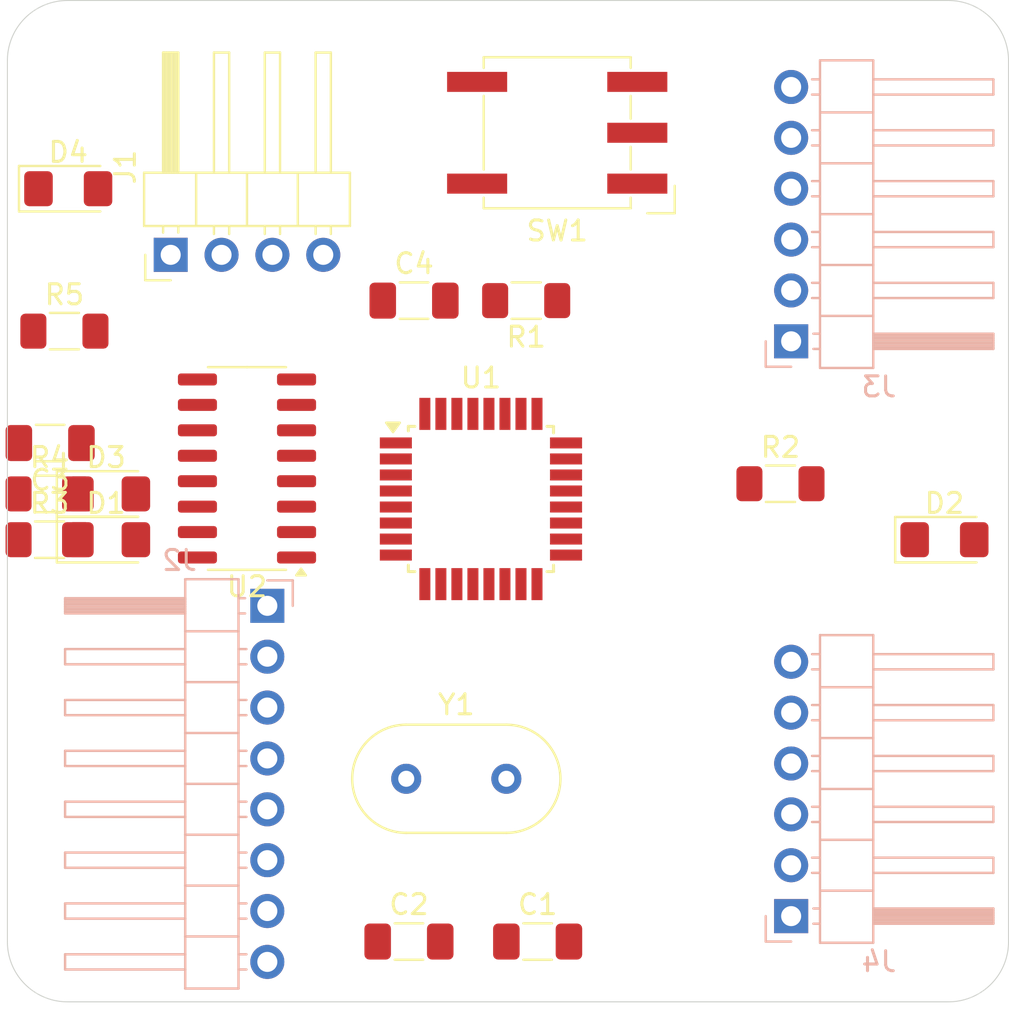
<source format=kicad_pcb>
(kicad_pcb (version 20221018) (generator pcbnew)
  (layers (0 "F.Cu" signal) (31 "B.Cu" signal) (34 "B.Paste" user) (35 "F.Paste" user) (36 "B.SilkS" user "B.Silkscreen") (37 "F.SilkS" user "F.Silkscreen") (38 "B.Mask" user) (39 "F.Mask" user) (44 "Edge.Cuts" user))
  (net 0 "")
  (net 1 "GND")
  (net 2 "Net-(U1-XTAL2{slash}PB7)")
  (net 3 "Net-(U1-~{RESET}{slash}PC6)")
  (net 4 "+5V")
  (net 5 "Net-(J2-Pin_3)")
  (net 6 "Net-(J2-Pin_4)")
  (net 7 "Net-(J2-Pin_5)")
  (net 8 "Net-(J2-Pin_6)")
  (net 9 "Net-(J2-Pin_7)")
  (net 10 "Net-(J2-Pin_8)")
  (net 11 "Net-(J3-Pin_1)")
  (net 12 "Net-(J3-Pin_2)")
  (net 13 "Net-(J3-Pin_3)")
  (net 14 "Net-(J3-Pin_4)")
  (net 15 "Net-(J3-Pin_5)")
  (net 16 "Net-(J3-Pin_6)")
  (net 17 "Net-(J4-Pin_1)")
  (net 18 "Net-(J4-Pin_2)")
  (net 19 "Net-(J4-Pin_3)")
  (net 20 "Net-(J4-Pin_4)")
  (net 21 "Net-(J4-Pin_5)")
  (net 30 "Net-(J1-Pin_2)")
  (net 31 "Net-(J1-Pin_3)")
  (net 32 "Net-(D2-A)")
  (net 33 "Net-(D2-K)")
  (net 34 "Net-(U2-V3)")
  (net 35 "Net-(U2-~{DSR})")
  (net 36 "Net-(D1-K)")
  (net 37 "Net-(D1-A)")
  (net 38 "Net-(D3-K)")
  (net 39 "Net-(D3-A)")
  (net 40 "Net-(D4-K)")
  (footprint "LED_SMD:LED_1206_3216Metric_Pad1.42x1.75mm_HandSolder" (layer "F.Cu") (at 166.6605 67.31)
    (fp_text reference "D2" (at 0 -1.82) (layer "F.SilkS"))
    (fp_text value "LED")
    (fp_line (start -2.46 -1.135) (end -2.46 1.135) (stroke (width 0.12)) (layer "F.SilkS"))
    (fp_line (start -2.46 1.135) (end 1.6 1.135) (stroke (width 0.12)) (layer "F.SilkS"))
    (fp_line (start 1.6 -1.135) (end -2.46 -1.135) (stroke (width 0.12)) (layer "F.SilkS"))
    (pad "1" smd roundrect (at -1.4875 0) (size 1.425 1.75) (layers "F.Cu" "F.Paste" "F.Mask") (roundrect_rratio 0.175439) (net 33 "Net-(D2-K)"))
    (pad "2" smd roundrect (at 1.4875 0) (size 1.425 1.75) (layers "F.Cu" "F.Paste" "F.Mask") (roundrect_rratio 0.175439) (net 32 "Net-(D2-A)"))
  )
  (footprint "Resistor_SMD:R_1206_3216Metric_Pad1.30x1.75mm_HandSolder" (layer "F.Cu") (at 122.708 56.896)
    (fp_text reference "R5" (at 0 -1.82) (layer "F.SilkS"))
    (fp_text value "1k")
    (fp_line (start -0.727064 -0.91) (end 0.727064 -0.91) (stroke (width 0.12)) (layer "F.SilkS"))
    (fp_line (start -0.727064 0.91) (end 0.727064 0.91) (stroke (width 0.12)) (layer "F.SilkS"))
    (pad "1" smd roundrect (at -1.55 0) (size 1.3 1.75) (layers "F.Cu" "F.Paste" "F.Mask") (roundrect_rratio 0.192308) (net 1 "GND"))
    (pad "2" smd roundrect (at 1.55 0) (size 1.3 1.75) (layers "F.Cu" "F.Paste" "F.Mask") (roundrect_rratio 0.192308) (net 40 "Net-(D4-K)"))
  )
  (footprint "Capacitor_SMD:C_1206_3216Metric_Pad1.33x1.80mm_HandSolder" (layer "F.Cu") (at 139.9155 87.376)
    (fp_text reference "C2" (at 0 -1.85) (layer "F.SilkS"))
    (fp_text value "22pf")
    (fp_line (start -0.711252 -0.91) (end 0.711252 -0.91) (stroke (width 0.12)) (layer "F.SilkS"))
    (fp_line (start -0.711252 0.91) (end 0.711252 0.91) (stroke (width 0.12)) (layer "F.SilkS"))
    (pad "1" smd roundrect (at -1.5625 0) (size 1.325 1.8) (layers "F.Cu" "F.Paste" "F.Mask") (roundrect_rratio 0.188679) (net 32 "Net-(D2-A)"))
    (pad "2" smd roundrect (at 1.5625 0) (size 1.325 1.8) (layers "F.Cu" "F.Paste" "F.Mask") (roundrect_rratio 0.188679) (net 1 "GND"))
  )
  (footprint "Resistor_SMD:R_1206_3216Metric_Pad1.30x1.75mm_HandSolder" (layer "F.Cu") (at 145.77 55.372 180)
    (fp_text reference "R1" (at 0 -1.82 180) (layer "F.SilkS"))
    (fp_text value "1k")
    (fp_line (start -0.727064 -0.91) (end 0.727064 -0.91) (stroke (width 0.12)) (layer "F.SilkS"))
    (fp_line (start -0.727064 0.91) (end 0.727064 0.91) (stroke (width 0.12)) (layer "F.SilkS"))
    (pad "1" smd roundrect (at -1.55 0 180) (size 1.3 1.75) (layers "F.Cu" "F.Paste" "F.Mask") (roundrect_rratio 0.192308) (net 3 "Net-(U1-~{RESET}{slash}PC6)"))
    (pad "2" smd roundrect (at 1.55 0 180) (size 1.3 1.75) (layers "F.Cu" "F.Paste" "F.Mask") (roundrect_rratio 0.192308) (net 4 "+5V"))
  )
  (footprint "Connector_PinHeader_2.54mm:PinHeader_1x04_P2.54mm_Horizontal" (layer "F.Cu") (at 128.016 53.086 90)
    (fp_text reference "J1" (at 4.385 -2.27 90) (layer "F.SilkS"))
    (fp_text value "USB-C")
    (fp_line (start -1.27 -1.27) (end 0 -1.27) (stroke (width 0.12)) (layer "F.SilkS"))
    (fp_line (start -1.27 0) (end -1.27 -1.27) (stroke (width 0.12)) (layer "F.SilkS"))
    (fp_line (start 1.042929 2.16) (end 1.44 2.16) (stroke (width 0.12)) (layer "F.SilkS"))
    (fp_line (start 1.042929 2.92) (end 1.44 2.92) (stroke (width 0.12)) (layer "F.SilkS"))
    (fp_line (start 1.042929 4.7) (end 1.44 4.7) (stroke (width 0.12)) (layer "F.SilkS"))
    (fp_line (start 1.042929 5.46) (end 1.44 5.46) (stroke (width 0.12)) (layer "F.SilkS"))
    (fp_line (start 1.042929 7.24) (end 1.44 7.24) (stroke (width 0.12)) (layer "F.SilkS"))
    (fp_line (start 1.042929 8) (end 1.44 8) (stroke (width 0.12)) (layer "F.SilkS"))
    (fp_line (start 1.11 -0.38) (end 1.44 -0.38) (stroke (width 0.12)) (layer "F.SilkS"))
    (fp_line (start 1.11 0.38) (end 1.44 0.38) (stroke (width 0.12)) (layer "F.SilkS"))
    (fp_line (start 1.44 -1.33) (end 1.44 8.95) (stroke (width 0.12)) (layer "F.SilkS"))
    (fp_line (start 1.44 1.27) (end 4.1 1.27) (stroke (width 0.12)) (layer "F.SilkS"))
    (fp_line (start 1.44 3.81) (end 4.1 3.81) (stroke (width 0.12)) (layer "F.SilkS"))
    (fp_line (start 1.44 6.35) (end 4.1 6.35) (stroke (width 0.12)) (layer "F.SilkS"))
    (fp_line (start 1.44 8.95) (end 4.1 8.95) (stroke (width 0.12)) (layer "F.SilkS"))
    (fp_line (start 4.1 -1.33) (end 1.44 -1.33) (stroke (width 0.12)) (layer "F.SilkS"))
    (fp_line (start 4.1 -0.38) (end 10.1 -0.38) (stroke (width 0.12)) (layer "F.SilkS"))
    (fp_line (start 4.1 -0.32) (end 10.1 -0.32) (stroke (width 0.12)) (layer "F.SilkS"))
    (fp_line (start 4.1 -0.2) (end 10.1 -0.2) (stroke (width 0.12)) (layer "F.SilkS"))
    (fp_line (start 4.1 -0.08) (end 10.1 -0.08) (stroke (width 0.12)) (layer "F.SilkS"))
    (fp_line (start 4.1 0.04) (end 10.1 0.04) (stroke (width 0.12)) (layer "F.SilkS"))
    (fp_line (start 4.1 0.16) (end 10.1 0.16) (stroke (width 0.12)) (layer "F.SilkS"))
    (fp_line (start 4.1 0.28) (end 10.1 0.28) (stroke (width 0.12)) (layer "F.SilkS"))
    (fp_line (start 4.1 2.16) (end 10.1 2.16) (stroke (width 0.12)) (layer "F.SilkS"))
    (fp_line (start 4.1 4.7) (end 10.1 4.7) (stroke (width 0.12)) (layer "F.SilkS"))
    (fp_line (start 4.1 7.24) (end 10.1 7.24) (stroke (width 0.12)) (layer "F.SilkS"))
    (fp_line (start 4.1 8.95) (end 4.1 -1.33) (stroke (width 0.12)) (layer "F.SilkS"))
    (fp_line (start 10.1 -0.38) (end 10.1 0.38) (stroke (width 0.12)) (layer "F.SilkS"))
    (fp_line (start 10.1 0.38) (end 4.1 0.38) (stroke (width 0.12)) (layer "F.SilkS"))
    (fp_line (start 10.1 2.16) (end 10.1 2.92) (stroke (width 0.12)) (layer "F.SilkS"))
    (fp_line (start 10.1 2.92) (end 4.1 2.92) (stroke (width 0.12)) (layer "F.SilkS"))
    (fp_line (start 10.1 4.7) (end 10.1 5.46) (stroke (width 0.12)) (layer "F.SilkS"))
    (fp_line (start 10.1 5.46) (end 4.1 5.46) (stroke (width 0.12)) (layer "F.SilkS"))
    (fp_line (start 10.1 7.24) (end 10.1 8) (stroke (width 0.12)) (layer "F.SilkS"))
    (fp_line (start 10.1 8) (end 4.1 8) (stroke (width 0.12)) (layer "F.SilkS"))
    (pad "1" thru_hole rect (at 0 0 90) (size 1.7 1.7) (drill 1) (layers "*.Cu" "*.Mask") (net 4 "+5V"))
    (pad "2" thru_hole oval (at 0 2.54 90) (size 1.7 1.7) (drill 1) (layers "*.Cu" "*.Mask") (net 30 "Net-(J1-Pin_2)"))
    (pad "3" thru_hole oval (at 0 5.08 90) (size 1.7 1.7) (drill 1) (layers "*.Cu" "*.Mask") (net 31 "Net-(J1-Pin_3)"))
    (pad "4" thru_hole oval (at 0 7.62 90) (size 1.7 1.7) (drill 1) (layers "*.Cu" "*.Mask") (net 1 "GND"))
  )
  (footprint "Resistor_SMD:R_1206_3216Metric_Pad1.30x1.75mm_HandSolder" (layer "F.Cu") (at 121.968 67.31)
    (fp_text reference "R3" (at 0 -1.82) (layer "F.SilkS"))
    (fp_text value "1k")
    (fp_line (start -0.727064 -0.91) (end 0.727064 -0.91) (stroke (width 0.12)) (layer "F.SilkS"))
    (fp_line (start -0.727064 0.91) (end 0.727064 0.91) (stroke (width 0.12)) (layer "F.SilkS"))
    (pad "1" smd roundrect (at -1.55 0) (size 1.3 1.75) (layers "F.Cu" "F.Paste" "F.Mask") (roundrect_rratio 0.192308) (net 1 "GND"))
    (pad "2" smd roundrect (at 1.55 0) (size 1.3 1.75) (layers "F.Cu" "F.Paste" "F.Mask") (roundrect_rratio 0.192308) (net 36 "Net-(D1-K)"))
  )
  (footprint "Capacitor_SMD:C_1206_3216Metric_Pad1.33x1.80mm_HandSolder" (layer "F.Cu") (at 121.9955 62.484 180)
    (fp_text reference "C3" (at 0 -1.85 180) (layer "F.SilkS"))
    (fp_text value "0.1uf")
    (fp_line (start -0.711252 -0.91) (end 0.711252 -0.91) (stroke (width 0.12)) (layer "F.SilkS"))
    (fp_line (start -0.711252 0.91) (end 0.711252 0.91) (stroke (width 0.12)) (layer "F.SilkS"))
    (pad "1" smd roundrect (at -1.5625 0 180) (size 1.325 1.8) (layers "F.Cu" "F.Paste" "F.Mask") (roundrect_rratio 0.188679) (net 34 "Net-(U2-V3)"))
    (pad "2" smd roundrect (at 1.5625 0 180) (size 1.325 1.8) (layers "F.Cu" "F.Paste" "F.Mask") (roundrect_rratio 0.188679) (net 1 "GND"))
  )
  (footprint "Package_SO:SOIC-16_3.9x9.9mm_P1.27mm" (layer "F.Cu") (at 131.826 63.754 180)
    (fp_text reference "U2" (at 0 -5.9) (layer "F.SilkS"))
    (fp_text value "CH340C")
    (fp_line (start 0 -5.06) (end -1.95 -5.06) (stroke (width 0.12)) (layer "F.SilkS"))
    (fp_line (start 0 -5.06) (end 1.95 -5.06) (stroke (width 0.12)) (layer "F.SilkS"))
    (fp_line (start 0 5.06) (end -1.95 5.06) (stroke (width 0.12)) (layer "F.SilkS"))
    (fp_line (start 0 5.06) (end 1.95 5.06) (stroke (width 0.12)) (layer "F.SilkS"))
    (fp_poly (pts (xy -2.7 -5.005) (xy -2.94 -5.335) (xy -2.46 -5.335) (xy -2.7 -5.005)) (stroke (width 0.12)) (fill solid) (layer "F.SilkS"))
    (pad "1" smd roundrect (at -2.475 -4.445 180) (size 1.95 0.6) (layers "F.Cu" "F.Paste" "F.Mask") (net 1 "GND"))
    (pad "2" smd roundrect (at -2.475 -3.175 180) (size 1.95 0.6) (layers "F.Cu" "F.Paste" "F.Mask") (net 37 "Net-(D1-A)"))
    (pad "3" smd roundrect (at -2.475 -1.905 180) (size 1.95 0.6) (layers "F.Cu" "F.Paste" "F.Mask") (net 39 "Net-(D3-A)"))
    (pad "4" smd roundrect (at -2.475 -0.635 180) (size 1.95 0.6) (layers "F.Cu" "F.Paste" "F.Mask") (net 34 "Net-(U2-V3)"))
    (pad "5" smd roundrect (at -2.475 0.635 180) (size 1.95 0.6) (layers "F.Cu" "F.Paste" "F.Mask") (net 30 "Net-(J1-Pin_2)"))
    (pad "6" smd roundrect (at -2.475 1.905 180) (size 1.95 0.6) (layers "F.Cu" "F.Paste" "F.Mask") (net 31 "Net-(J1-Pin_3)"))
    (pad "7" smd roundrect (at -2.475 3.175 180) (size 1.95 0.6) (layers "F.Cu" "F.Paste" "F.Mask"))
    (pad "8" smd roundrect (at -2.475 4.445 180) (size 1.95 0.6) (layers "F.Cu" "F.Paste" "F.Mask"))
    (pad "9" smd roundrect (at 2.475 4.445 180) (size 1.95 0.6) (layers "F.Cu" "F.Paste" "F.Mask"))
    (pad "10" smd roundrect (at 2.475 3.175 180) (size 1.95 0.6) (layers "F.Cu" "F.Paste" "F.Mask") (net 35 "Net-(U2-~{DSR})"))
    (pad "11" smd roundrect (at 2.475 1.905 180) (size 1.95 0.6) (layers "F.Cu" "F.Paste" "F.Mask"))
    (pad "12" smd roundrect (at 2.475 0.635 180) (size 1.95 0.6) (layers "F.Cu" "F.Paste" "F.Mask"))
    (pad "13" smd roundrect (at 2.475 -0.635 180) (size 1.95 0.6) (layers "F.Cu" "F.Paste" "F.Mask"))
    (pad "14" smd roundrect (at 2.475 -1.905 180) (size 1.95 0.6) (layers "F.Cu" "F.Paste" "F.Mask"))
    (pad "15" smd roundrect (at 2.475 -3.175 180) (size 1.95 0.6) (layers "F.Cu" "F.Paste" "F.Mask"))
    (pad "16" smd roundrect (at 2.475 -4.445 180) (size 1.95 0.6) (layers "F.Cu" "F.Paste" "F.Mask") (net 4 "+5V"))
  )
  (footprint "Crystal:Resonator-2Pin_W10.0mm_H5.0mm" (layer "F.Cu") (at 139.78 79.248)
    (fp_text reference "Y1" (at 2.5 -3.7) (layer "F.SilkS"))
    (fp_text value "Crystal")
    (fp_line (start 0 -2.7) (end 5 -2.7) (stroke (width 0.12)) (layer "F.SilkS"))
    (fp_line (start 0 2.7) (end 5 2.7) (stroke (width 0.12)) (layer "F.SilkS"))
    (fp_arc (start 0 2.7) (mid -2.7 0) (end 0 -2.7) (stroke (width 0.12)) (layer "F.SilkS"))
    (fp_arc (start 5 -2.7) (mid 7.7 0) (end 5 2.7) (stroke (width 0.12)) (layer "F.SilkS"))
    (pad "1" thru_hole circle (at 0 0) (size 1.5 1.5) (drill 0.8) (layers "*.Cu" "*.Mask") (net 32 "Net-(D2-A)"))
    (pad "2" thru_hole circle (at 5 0) (size 1.5 1.5) (drill 0.8) (layers "*.Cu" "*.Mask") (net 2 "Net-(U1-XTAL2{slash}PB7)"))
  )
  (footprint "Package_QFP:TQFP-32_7x7mm_P0.8mm" (layer "F.Cu") (at 143.51 65.278)
    (fp_text reference "U1" (at 0 -6.05) (layer "F.SilkS"))
    (fp_text value "ATmega328P-P")
    (fp_line (start -3.625 -3.625) (end -3.625 -3.4) (stroke (width 0.15)) (layer "F.SilkS"))
    (fp_line (start -3.625 -3.625) (end -3.3 -3.625) (stroke (width 0.15)) (layer "F.SilkS"))
    (fp_line (start -3.625 3.625) (end -3.625 3.3) (stroke (width 0.15)) (layer "F.SilkS"))
    (fp_line (start -3.625 3.625) (end -3.3 3.625) (stroke (width 0.15)) (layer "F.SilkS"))
    (fp_line (start 3.625 -3.625) (end 3.3 -3.625) (stroke (width 0.15)) (layer "F.SilkS"))
    (fp_line (start 3.625 -3.625) (end 3.625 -3.3) (stroke (width 0.15)) (layer "F.SilkS"))
    (fp_line (start 3.625 3.625) (end 3.3 3.625) (stroke (width 0.15)) (layer "F.SilkS"))
    (fp_line (start 3.625 3.625) (end 3.625 3.3) (stroke (width 0.15)) (layer "F.SilkS"))
    (fp_poly (pts (xy -4.39 -3.34) (xy -4.73 -3.81) (xy -4.05 -3.81) (xy -4.39 -3.34)) (stroke (width 0.12)) (fill solid) (layer "F.SilkS"))
    (pad "1" smd rect (at -4.25 -2.8) (size 1.6 0.55) (layers "F.Cu" "F.Paste" "F.Mask") (net 3 "Net-(U1-~{RESET}{slash}PC6)"))
    (pad "2" smd rect (at -4.25 -2) (size 1.6 0.55) (layers "F.Cu" "F.Paste" "F.Mask") (net 39 "Net-(D3-A)"))
    (pad "3" smd rect (at -4.25 -1.2) (size 1.6 0.55) (layers "F.Cu" "F.Paste" "F.Mask") (net 37 "Net-(D1-A)"))
    (pad "4" smd rect (at -4.25 -0.4) (size 1.6 0.55) (layers "F.Cu" "F.Paste" "F.Mask") (net 5 "Net-(J2-Pin_3)"))
    (pad "5" smd rect (at -4.25 0.4) (size 1.6 0.55) (layers "F.Cu" "F.Paste" "F.Mask") (net 6 "Net-(J2-Pin_4)"))
    (pad "6" smd rect (at -4.25 1.2) (size 1.6 0.55) (layers "F.Cu" "F.Paste" "F.Mask") (net 7 "Net-(J2-Pin_5)"))
    (pad "7" smd rect (at -4.25 2) (size 1.6 0.55) (layers "F.Cu" "F.Paste" "F.Mask") (net 4 "+5V"))
    (pad "8" smd rect (at -4.25 2.8) (size 1.6 0.55) (layers "F.Cu" "F.Paste" "F.Mask") (net 1 "GND"))
    (pad "9" smd rect (at -2.8 4.25 90) (size 1.6 0.55) (layers "F.Cu" "F.Paste" "F.Mask") (net 32 "Net-(D2-A)"))
    (pad "10" smd rect (at -2 4.25 90) (size 1.6 0.55) (layers "F.Cu" "F.Paste" "F.Mask") (net 2 "Net-(U1-XTAL2{slash}PB7)"))
    (pad "11" smd rect (at -1.2 4.25 90) (size 1.6 0.55) (layers "F.Cu" "F.Paste" "F.Mask") (net 8 "Net-(J2-Pin_6)"))
    (pad "12" smd rect (at -0.4 4.25 90) (size 1.6 0.55) (layers "F.Cu" "F.Paste" "F.Mask") (net 9 "Net-(J2-Pin_7)"))
    (pad "13" smd rect (at 0.4 4.25 90) (size 1.6 0.55) (layers "F.Cu" "F.Paste" "F.Mask") (net 10 "Net-(J2-Pin_8)"))
    (pad "14" smd rect (at 1.2 4.25 90) (size 1.6 0.55) (layers "F.Cu" "F.Paste" "F.Mask") (net 17 "Net-(J4-Pin_1)"))
    (pad "15" smd rect (at 2 4.25 90) (size 1.6 0.55) (layers "F.Cu" "F.Paste" "F.Mask") (net 18 "Net-(J4-Pin_2)"))
    (pad "16" smd rect (at 2.8 4.25 90) (size 1.6 0.55) (layers "F.Cu" "F.Paste" "F.Mask") (net 19 "Net-(J4-Pin_3)"))
    (pad "17" smd rect (at 4.25 2.8) (size 1.6 0.55) (layers "F.Cu" "F.Paste" "F.Mask") (net 20 "Net-(J4-Pin_4)"))
    (pad "18" smd rect (at 4.25 2) (size 1.6 0.55) (layers "F.Cu" "F.Paste" "F.Mask") (net 21 "Net-(J4-Pin_5)"))
    (pad "19" smd rect (at 4.25 1.2) (size 1.6 0.55) (layers "F.Cu" "F.Paste" "F.Mask") (net 32 "Net-(D2-A)"))
    (pad "20" smd rect (at 4.25 0.4) (size 1.6 0.55) (layers "F.Cu" "F.Paste" "F.Mask") (net 4 "+5V"))
    (pad "21" smd rect (at 4.25 -0.4) (size 1.6 0.55) (layers "F.Cu" "F.Paste" "F.Mask") (net 4 "+5V"))
    (pad "22" smd rect (at 4.25 -1.2) (size 1.6 0.55) (layers "F.Cu" "F.Paste" "F.Mask") (net 1 "GND"))
    (pad "23" smd rect (at 4.25 -2) (size 1.6 0.55) (layers "F.Cu" "F.Paste" "F.Mask") (net 11 "Net-(J3-Pin_1)"))
    (pad "24" smd rect (at 4.25 -2.8) (size 1.6 0.55) (layers "F.Cu" "F.Paste" "F.Mask") (net 12 "Net-(J3-Pin_2)"))
    (pad "25" smd rect (at 2.8 -4.25 90) (size 1.6 0.55) (layers "F.Cu" "F.Paste" "F.Mask") (net 13 "Net-(J3-Pin_3)"))
    (pad "26" smd rect (at 2 -4.25 90) (size 1.6 0.55) (layers "F.Cu" "F.Paste" "F.Mask") (net 14 "Net-(J3-Pin_4)"))
    (pad "27" smd rect (at 1.2 -4.25 90) (size 1.6 0.55) (layers "F.Cu" "F.Paste" "F.Mask") (net 15 "Net-(J3-Pin_5)"))
    (pad "28" smd rect (at 0.4 -4.25 90) (size 1.6 0.55) (layers "F.Cu" "F.Paste" "F.Mask") (net 16 "Net-(J3-Pin_6)"))
    (pad "29" smd rect (at -0.4 -4.25 90) (size 1.6 0.55) (layers "F.Cu" "F.Paste" "F.Mask"))
    (pad "30" smd rect (at -1.2 -4.25 90) (size 1.6 0.55) (layers "F.Cu" "F.Paste" "F.Mask"))
    (pad "31" smd rect (at -2 -4.25 90) (size 1.6 0.55) (layers "F.Cu" "F.Paste" "F.Mask"))
    (pad "32" smd rect (at -2.8 -4.25 90) (size 1.6 0.55) (layers "F.Cu" "F.Paste" "F.Mask"))
  )
  (footprint "Button_Switch_SMD:Nidec_Copal_SH-7040B" (layer "F.Cu") (at 147.32 46.99 180)
    (fp_text reference "SW1" (at 0 -4.9 180) (layer "F.SilkS"))
    (fp_text value "SW_Push")
    (fp_line (start -5.87 -4.02) (end -4.5 -4.02) (stroke (width 0.12)) (layer "F.SilkS"))
    (fp_line (start -5.87 -2.65) (end -5.87 -4.02) (stroke (width 0.12)) (layer "F.SilkS"))
    (fp_line (start -3.67 -3.77) (end 3.67 -3.77) (stroke (width 0.12)) (layer "F.SilkS"))
    (fp_line (start -3.67 -3.24) (end -3.67 -3.77) (stroke (width 0.12)) (layer "F.SilkS"))
    (fp_line (start -3.67 -1.84) (end -3.67 -0.7) (stroke (width 0.12)) (layer "F.SilkS"))
    (fp_line (start -3.67 0.7) (end -3.67 1.84) (stroke (width 0.12)) (layer "F.SilkS"))
    (fp_line (start -3.67 3.24) (end -3.67 3.77) (stroke (width 0.12)) (layer "F.SilkS"))
    (fp_line (start -3.67 3.77) (end 3.67 3.77) (stroke (width 0.12)) (layer "F.SilkS"))
    (fp_line (start 3.67 -3.77) (end 3.67 -3.24) (stroke (width 0.12)) (layer "F.SilkS"))
    (fp_line (start 3.67 -1.84) (end 3.67 1.84) (stroke (width 0.12)) (layer "F.SilkS"))
    (fp_line (start 3.67 3.77) (end 3.67 3.24) (stroke (width 0.12)) (layer "F.SilkS"))
    (pad "1" smd rect (at -4 -2.54 180) (size 3 1) (layers "F.Cu" "F.Paste" "F.Mask") (net 3 "Net-(U1-~{RESET}{slash}PC6)"))
    (pad "2" smd rect (at 4 2.54 180) (size 3 1) (layers "F.Cu" "F.Paste" "F.Mask") (net 1 "GND"))
    (pad "4" smd rect (at -4 2.54 180) (size 3 1) (layers "F.Cu" "F.Paste" "F.Mask"))
    (pad "8" smd rect (at 4 -2.54 180) (size 3 1) (layers "F.Cu" "F.Paste" "F.Mask"))
    (pad "C" smd rect (at -4 0 180) (size 3 1) (layers "F.Cu" "F.Paste" "F.Mask"))
  )
  (footprint "LED_SMD:LED_1206_3216Metric_Pad1.42x1.75mm_HandSolder" (layer "F.Cu") (at 124.7895 65.024)
    (fp_text reference "D3" (at 0 -1.82) (layer "F.SilkS"))
    (fp_text value "LED")
    (fp_line (start -2.46 -1.135) (end -2.46 1.135) (stroke (width 0.12)) (layer "F.SilkS"))
    (fp_line (start -2.46 1.135) (end 1.6 1.135) (stroke (width 0.12)) (layer "F.SilkS"))
    (fp_line (start 1.6 -1.135) (end -2.46 -1.135) (stroke (width 0.12)) (layer "F.SilkS"))
    (pad "1" smd roundrect (at -1.4875 0) (size 1.425 1.75) (layers "F.Cu" "F.Paste" "F.Mask") (roundrect_rratio 0.175439) (net 38 "Net-(D3-K)"))
    (pad "2" smd roundrect (at 1.4875 0) (size 1.425 1.75) (layers "F.Cu" "F.Paste" "F.Mask") (roundrect_rratio 0.175439) (net 39 "Net-(D3-A)"))
  )
  (footprint "LED_SMD:LED_1206_3216Metric_Pad1.42x1.75mm_HandSolder" (layer "F.Cu") (at 122.8995 49.784)
    (fp_text reference "D4" (at 0 -1.82) (layer "F.SilkS"))
    (fp_text value "LED")
    (fp_line (start -2.46 -1.135) (end -2.46 1.135) (stroke (width 0.12)) (layer "F.SilkS"))
    (fp_line (start -2.46 1.135) (end 1.6 1.135) (stroke (width 0.12)) (layer "F.SilkS"))
    (fp_line (start 1.6 -1.135) (end -2.46 -1.135) (stroke (width 0.12)) (layer "F.SilkS"))
    (pad "1" smd roundrect (at -1.4875 0) (size 1.425 1.75) (layers "F.Cu" "F.Paste" "F.Mask") (roundrect_rratio 0.175439) (net 40 "Net-(D4-K)"))
    (pad "2" smd roundrect (at 1.4875 0) (size 1.425 1.75) (layers "F.Cu" "F.Paste" "F.Mask") (roundrect_rratio 0.175439) (net 4 "+5V"))
  )
  (footprint "Resistor_SMD:R_1206_3216Metric_Pad1.30x1.75mm_HandSolder" (layer "F.Cu") (at 158.47 64.516)
    (fp_text reference "R2" (at 0 -1.82) (layer "F.SilkS"))
    (fp_text value "1k")
    (fp_line (start -0.727064 -0.91) (end 0.727064 -0.91) (stroke (width 0.12)) (layer "F.SilkS"))
    (fp_line (start -0.727064 0.91) (end 0.727064 0.91) (stroke (width 0.12)) (layer "F.SilkS"))
    (pad "1" smd roundrect (at -1.55 0) (size 1.3 1.75) (layers "F.Cu" "F.Paste" "F.Mask") (roundrect_rratio 0.192308) (net 1 "GND"))
    (pad "2" smd roundrect (at 1.55 0) (size 1.3 1.75) (layers "F.Cu" "F.Paste" "F.Mask") (roundrect_rratio 0.192308) (net 33 "Net-(D2-K)"))
  )
  (footprint "LED_SMD:LED_1206_3216Metric_Pad1.42x1.75mm_HandSolder" (layer "F.Cu") (at 124.7895 67.31)
    (fp_text reference "D1" (at 0 -1.82) (layer "F.SilkS"))
    (fp_text value "LED")
    (fp_line (start -2.46 -1.135) (end -2.46 1.135) (stroke (width 0.12)) (layer "F.SilkS"))
    (fp_line (start -2.46 1.135) (end 1.6 1.135) (stroke (width 0.12)) (layer "F.SilkS"))
    (fp_line (start 1.6 -1.135) (end -2.46 -1.135) (stroke (width 0.12)) (layer "F.SilkS"))
    (pad "1" smd roundrect (at -1.4875 0) (size 1.425 1.75) (layers "F.Cu" "F.Paste" "F.Mask") (roundrect_rratio 0.175439) (net 36 "Net-(D1-K)"))
    (pad "2" smd roundrect (at 1.4875 0) (size 1.425 1.75) (layers "F.Cu" "F.Paste" "F.Mask") (roundrect_rratio 0.175439) (net 37 "Net-(D1-A)"))
  )
  (footprint "Capacitor_SMD:C_1206_3216Metric_Pad1.33x1.80mm_HandSolder" (layer "F.Cu") (at 140.1695 55.372)
    (fp_text reference "C4" (at 0 -1.85) (layer "F.SilkS"))
    (fp_text value "0.1uf")
    (fp_line (start -0.711252 -0.91) (end 0.711252 -0.91) (stroke (width 0.12)) (layer "F.SilkS"))
    (fp_line (start -0.711252 0.91) (end 0.711252 0.91) (stroke (width 0.12)) (layer "F.SilkS"))
    (pad "1" smd roundrect (at -1.5625 0) (size 1.325 1.8) (layers "F.Cu" "F.Paste" "F.Mask") (roundrect_rratio 0.188679) (net 35 "Net-(U2-~{DSR})"))
    (pad "2" smd roundrect (at 1.5625 0) (size 1.325 1.8) (layers "F.Cu" "F.Paste" "F.Mask") (roundrect_rratio 0.188679) (net 3 "Net-(U1-~{RESET}{slash}PC6)"))
  )
  (footprint "Capacitor_SMD:C_1206_3216Metric_Pad1.33x1.80mm_HandSolder" (layer "F.Cu") (at 146.3425 87.376)
    (fp_text reference "C1" (at 0 -1.85) (layer "F.SilkS"))
    (fp_text value "22pf")
    (fp_line (start -0.711252 -0.91) (end 0.711252 -0.91) (stroke (width 0.12)) (layer "F.SilkS"))
    (fp_line (start -0.711252 0.91) (end 0.711252 0.91) (stroke (width 0.12)) (layer "F.SilkS"))
    (pad "1" smd roundrect (at -1.5625 0) (size 1.325 1.8) (layers "F.Cu" "F.Paste" "F.Mask") (roundrect_rratio 0.188679) (net 1 "GND"))
    (pad "2" smd roundrect (at 1.5625 0) (size 1.325 1.8) (layers "F.Cu" "F.Paste" "F.Mask") (roundrect_rratio 0.188679) (net 2 "Net-(U1-XTAL2{slash}PB7)"))
  )
  (footprint "Resistor_SMD:R_1206_3216Metric_Pad1.30x1.75mm_HandSolder" (layer "F.Cu") (at 121.968 65.024)
    (fp_text reference "R4" (at 0 -1.82) (layer "F.SilkS"))
    (fp_text value "1k")
    (fp_line (start -0.727064 -0.91) (end 0.727064 -0.91) (stroke (width 0.12)) (layer "F.SilkS"))
    (fp_line (start -0.727064 0.91) (end 0.727064 0.91) (stroke (width 0.12)) (layer "F.SilkS"))
    (pad "1" smd roundrect (at -1.55 0) (size 1.3 1.75) (layers "F.Cu" "F.Paste" "F.Mask") (roundrect_rratio 0.192308) (net 1 "GND"))
    (pad "2" smd roundrect (at 1.55 0) (size 1.3 1.75) (layers "F.Cu" "F.Paste" "F.Mask") (roundrect_rratio 0.192308) (net 38 "Net-(D3-K)"))
  )
  (footprint "Connector_PinHeader_2.54mm:PinHeader_1x08_P2.54mm_Horizontal" (layer "B.Cu") (at 132.842 70.612 180)
    (fp_text reference "J2" (at 4.385 2.27) (layer "B.SilkS") (effects (justify mirror)))
    (fp_text value "portD")
    (fp_line (start -1.27 0) (end -1.27 1.27) (stroke (width 0.12)) (layer "B.SilkS"))
    (fp_line (start -1.27 1.27) (end 0 1.27) (stroke (width 0.12)) (layer "B.SilkS"))
    (fp_line (start 1.042929 -18.16) (end 1.44 -18.16) (stroke (width 0.12)) (layer "B.SilkS"))
    (fp_line (start 1.042929 -17.4) (end 1.44 -17.4) (stroke (width 0.12)) (layer "B.SilkS"))
    (fp_line (start 1.042929 -15.62) (end 1.44 -15.62) (stroke (width 0.12)) (layer "B.SilkS"))
    (fp_line (start 1.042929 -14.86) (end 1.44 -14.86) (stroke (width 0.12)) (layer "B.SilkS"))
    (fp_line (start 1.042929 -13.08) (end 1.44 -13.08) (stroke (width 0.12)) (layer "B.SilkS"))
    (fp_line (start 1.042929 -12.32) (end 1.44 -12.32) (stroke (width 0.12)) (layer "B.SilkS"))
    (fp_line (start 1.042929 -10.54) (end 1.44 -10.54) (stroke (width 0.12)) (layer "B.SilkS"))
    (fp_line (start 1.042929 -9.78) (end 1.44 -9.78) (stroke (width 0.12)) (layer "B.SilkS"))
    (fp_line (start 1.042929 -8) (end 1.44 -8) (stroke (width 0.12)) (layer "B.SilkS"))
    (fp_line (start 1.042929 -7.24) (end 1.44 -7.24) (stroke (width 0.12)) (layer "B.SilkS"))
    (fp_line (start 1.042929 -5.46) (end 1.44 -5.46) (stroke (width 0.12)) (layer "B.SilkS"))
    (fp_line (start 1.042929 -4.7) (end 1.44 -4.7) (stroke (width 0.12)) (layer "B.SilkS"))
    (fp_line (start 1.042929 -2.92) (end 1.44 -2.92) (stroke (width 0.12)) (layer "B.SilkS"))
    (fp_line (start 1.042929 -2.16) (end 1.44 -2.16) (stroke (width 0.12)) (layer "B.SilkS"))
    (fp_line (start 1.11 -0.38) (end 1.44 -0.38) (stroke (width 0.12)) (layer "B.SilkS"))
    (fp_line (start 1.11 0.38) (end 1.44 0.38) (stroke (width 0.12)) (layer "B.SilkS"))
    (fp_line (start 1.44 -19.11) (end 4.1 -19.11) (stroke (width 0.12)) (layer "B.SilkS"))
    (fp_line (start 1.44 -16.51) (end 4.1 -16.51) (stroke (width 0.12)) (layer "B.SilkS"))
    (fp_line (start 1.44 -13.97) (end 4.1 -13.97) (stroke (width 0.12)) (layer "B.SilkS"))
    (fp_line (start 1.44 -11.43) (end 4.1 -11.43) (stroke (width 0.12)) (layer "B.SilkS"))
    (fp_line (start 1.44 -8.89) (end 4.1 -8.89) (stroke (width 0.12)) (layer "B.SilkS"))
    (fp_line (start 1.44 -6.35) (end 4.1 -6.35) (stroke (width 0.12)) (layer "B.SilkS"))
    (fp_line (start 1.44 -3.81) (end 4.1 -3.81) (stroke (width 0.12)) (layer "B.SilkS"))
    (fp_line (start 1.44 -1.27) (end 4.1 -1.27) (stroke (width 0.12)) (layer "B.SilkS"))
    (fp_line (start 1.44 1.33) (end 1.44 -19.11) (stroke (width 0.12)) (layer "B.SilkS"))
    (fp_line (start 4.1 -19.11) (end 4.1 1.33) (stroke (width 0.12)) (layer "B.SilkS"))
    (fp_line (start 4.1 -17.4) (end 10.1 -17.4) (stroke (width 0.12)) (layer "B.SilkS"))
    (fp_line (start 4.1 -14.86) (end 10.1 -14.86) (stroke (width 0.12)) (layer "B.SilkS"))
    (fp_line (start 4.1 -12.32) (end 10.1 -12.32) (stroke (width 0.12)) (layer "B.SilkS"))
    (fp_line (start 4.1 -9.78) (end 10.1 -9.78) (stroke (width 0.12)) (layer "B.SilkS"))
    (fp_line (start 4.1 -7.24) (end 10.1 -7.24) (stroke (width 0.12)) (layer "B.SilkS"))
    (fp_line (start 4.1 -4.7) (end 10.1 -4.7) (stroke (width 0.12)) (layer "B.SilkS"))
    (fp_line (start 4.1 -2.16) (end 10.1 -2.16) (stroke (width 0.12)) (layer "B.SilkS"))
    (fp_line (start 4.1 -0.28) (end 10.1 -0.28) (stroke (width 0.12)) (layer "B.SilkS"))
    (fp_line (start 4.1 -0.16) (end 10.1 -0.16) (stroke (width 0.12)) (layer "B.SilkS"))
    (fp_line (start 4.1 -0.04) (end 10.1 -0.04) (stroke (width 0.12)) (layer "B.SilkS"))
    (fp_line (start 4.1 0.08) (end 10.1 0.08) (stroke (width 0.12)) (layer "B.SilkS"))
    (fp_line (start 4.1 0.2) (end 10.1 0.2) (stroke (width 0.12)) (layer "B.SilkS"))
    (fp_line (start 4.1 0.32) (end 10.1 0.32) (stroke (width 0.12)) (layer "B.SilkS"))
    (fp_line (start 4.1 0.38) (end 10.1 0.38) (stroke (width 0.12)) (layer "B.SilkS"))
    (fp_line (start 4.1 1.33) (end 1.44 1.33) (stroke (width 0.12)) (layer "B.SilkS"))
    (fp_line (start 10.1 -18.16) (end 4.1 -18.16) (stroke (width 0.12)) (layer "B.SilkS"))
    (fp_line (start 10.1 -17.4) (end 10.1 -18.16) (stroke (width 0.12)) (layer "B.SilkS"))
    (fp_line (start 10.1 -15.62) (end 4.1 -15.62) (stroke (width 0.12)) (layer "B.SilkS"))
    (fp_line (start 10.1 -14.86) (end 10.1 -15.62) (stroke (width 0.12)) (layer "B.SilkS"))
    (fp_line (start 10.1 -13.08) (end 4.1 -13.08) (stroke (width 0.12)) (layer "B.SilkS"))
    (fp_line (start 10.1 -12.32) (end 10.1 -13.08) (stroke (width 0.12)) (layer "B.SilkS"))
    (fp_line (start 10.1 -10.54) (end 4.1 -10.54) (stroke (width 0.12)) (layer "B.SilkS"))
    (fp_line (start 10.1 -9.78) (end 10.1 -10.54) (stroke (width 0.12)) (layer "B.SilkS"))
    (fp_line (start 10.1 -8) (end 4.1 -8) (stroke (width 0.12)) (layer "B.SilkS"))
    (fp_line (start 10.1 -7.24) (end 10.1 -8) (stroke (width 0.12)) (layer "B.SilkS"))
    (fp_line (start 10.1 -5.46) (end 4.1 -5.46) (stroke (width 0.12)) (layer "B.SilkS"))
    (fp_line (start 10.1 -4.7) (end 10.1 -5.46) (stroke (width 0.12)) (layer "B.SilkS"))
    (fp_line (start 10.1 -2.92) (end 4.1 -2.92) (stroke (width 0.12)) (layer "B.SilkS"))
    (fp_line (start 10.1 -2.16) (end 10.1 -2.92) (stroke (width 0.12)) (layer "B.SilkS"))
    (fp_line (start 10.1 -0.38) (end 4.1 -0.38) (stroke (width 0.12)) (layer "B.SilkS"))
    (fp_line (start 10.1 0.38) (end 10.1 -0.38) (stroke (width 0.12)) (layer "B.SilkS"))
    (pad "1" thru_hole rect (at 0 0 180) (size 1.7 1.7) (drill 1) (layers "*.Cu" "*.Mask") (net 39 "Net-(D3-A)"))
    (pad "2" thru_hole oval (at 0 -2.54 180) (size 1.7 1.7) (drill 1) (layers "*.Cu" "*.Mask") (net 37 "Net-(D1-A)"))
    (pad "3" thru_hole oval (at 0 -5.08 180) (size 1.7 1.7) (drill 1) (layers "*.Cu" "*.Mask") (net 5 "Net-(J2-Pin_3)"))
    (pad "4" thru_hole oval (at 0 -7.62 180) (size 1.7 1.7) (drill 1) (layers "*.Cu" "*.Mask") (net 6 "Net-(J2-Pin_4)"))
    (pad "5" thru_hole oval (at 0 -10.16 180) (size 1.7 1.7) (drill 1) (layers "*.Cu" "*.Mask") (net 7 "Net-(J2-Pin_5)"))
    (pad "6" thru_hole oval (at 0 -12.7 180) (size 1.7 1.7) (drill 1) (layers "*.Cu" "*.Mask") (net 8 "Net-(J2-Pin_6)"))
    (pad "7" thru_hole oval (at 0 -15.24 180) (size 1.7 1.7) (drill 1) (layers "*.Cu" "*.Mask") (net 9 "Net-(J2-Pin_7)"))
    (pad "8" thru_hole oval (at 0 -17.78 180) (size 1.7 1.7) (drill 1) (layers "*.Cu" "*.Mask") (net 10 "Net-(J2-Pin_8)"))
  )
  (footprint "Connector_PinHeader_2.54mm:PinHeader_1x06_P2.54mm_Horizontal" (layer "B.Cu") (at 159.004 57.404)
    (fp_text reference "J3" (at 4.385 2.27 180) (layer "B.SilkS") (effects (justify mirror)))
    (fp_text value "portC")
    (fp_line (start -1.27 0) (end -1.27 1.27) (stroke (width 0.12)) (layer "B.SilkS"))
    (fp_line (start -1.27 1.27) (end 0 1.27) (stroke (width 0.12)) (layer "B.SilkS"))
    (fp_line (start 1.042929 -13.08) (end 1.44 -13.08) (stroke (width 0.12)) (layer "B.SilkS"))
    (fp_line (start 1.042929 -12.32) (end 1.44 -12.32) (stroke (width 0.12)) (layer "B.SilkS"))
    (fp_line (start 1.042929 -10.54) (end 1.44 -10.54) (stroke (width 0.12)) (layer "B.SilkS"))
    (fp_line (start 1.042929 -9.78) (end 1.44 -9.78) (stroke (width 0.12)) (layer "B.SilkS"))
    (fp_line (start 1.042929 -8) (end 1.44 -8) (stroke (width 0.12)) (layer "B.SilkS"))
    (fp_line (start 1.042929 -7.24) (end 1.44 -7.24) (stroke (width 0.12)) (layer "B.SilkS"))
    (fp_line (start 1.042929 -5.46) (end 1.44 -5.46) (stroke (width 0.12)) (layer "B.SilkS"))
    (fp_line (start 1.042929 -4.7) (end 1.44 -4.7) (stroke (width 0.12)) (layer "B.SilkS"))
    (fp_line (start 1.042929 -2.92) (end 1.44 -2.92) (stroke (width 0.12)) (layer "B.SilkS"))
    (fp_line (start 1.042929 -2.16) (end 1.44 -2.16) (stroke (width 0.12)) (layer "B.SilkS"))
    (fp_line (start 1.11 -0.38) (end 1.44 -0.38) (stroke (width 0.12)) (layer "B.SilkS"))
    (fp_line (start 1.11 0.38) (end 1.44 0.38) (stroke (width 0.12)) (layer "B.SilkS"))
    (fp_line (start 1.44 -14.03) (end 4.1 -14.03) (stroke (width 0.12)) (layer "B.SilkS"))
    (fp_line (start 1.44 -11.43) (end 4.1 -11.43) (stroke (width 0.12)) (layer "B.SilkS"))
    (fp_line (start 1.44 -8.89) (end 4.1 -8.89) (stroke (width 0.12)) (layer "B.SilkS"))
    (fp_line (start 1.44 -6.35) (end 4.1 -6.35) (stroke (width 0.12)) (layer "B.SilkS"))
    (fp_line (start 1.44 -3.81) (end 4.1 -3.81) (stroke (width 0.12)) (layer "B.SilkS"))
    (fp_line (start 1.44 -1.27) (end 4.1 -1.27) (stroke (width 0.12)) (layer "B.SilkS"))
    (fp_line (start 1.44 1.33) (end 1.44 -14.03) (stroke (width 0.12)) (layer "B.SilkS"))
    (fp_line (start 4.1 -14.03) (end 4.1 1.33) (stroke (width 0.12)) (layer "B.SilkS"))
    (fp_line (start 4.1 -12.32) (end 10.1 -12.32) (stroke (width 0.12)) (layer "B.SilkS"))
    (fp_line (start 4.1 -9.78) (end 10.1 -9.78) (stroke (width 0.12)) (layer "B.SilkS"))
    (fp_line (start 4.1 -7.24) (end 10.1 -7.24) (stroke (width 0.12)) (layer "B.SilkS"))
    (fp_line (start 4.1 -4.7) (end 10.1 -4.7) (stroke (width 0.12)) (layer "B.SilkS"))
    (fp_line (start 4.1 -2.16) (end 10.1 -2.16) (stroke (width 0.12)) (layer "B.SilkS"))
    (fp_line (start 4.1 -0.28) (end 10.1 -0.28) (stroke (width 0.12)) (layer "B.SilkS"))
    (fp_line (start 4.1 -0.16) (end 10.1 -0.16) (stroke (width 0.12)) (layer "B.SilkS"))
    (fp_line (start 4.1 -0.04) (end 10.1 -0.04) (stroke (width 0.12)) (layer "B.SilkS"))
    (fp_line (start 4.1 0.08) (end 10.1 0.08) (stroke (width 0.12)) (layer "B.SilkS"))
    (fp_line (start 4.1 0.2) (end 10.1 0.2) (stroke (width 0.12)) (layer "B.SilkS"))
    (fp_line (start 4.1 0.32) (end 10.1 0.32) (stroke (width 0.12)) (layer "B.SilkS"))
    (fp_line (start 4.1 0.38) (end 10.1 0.38) (stroke (width 0.12)) (layer "B.SilkS"))
    (fp_line (start 4.1 1.33) (end 1.44 1.33) (stroke (width 0.12)) (layer "B.SilkS"))
    (fp_line (start 10.1 -13.08) (end 4.1 -13.08) (stroke (width 0.12)) (layer "B.SilkS"))
    (fp_line (start 10.1 -12.32) (end 10.1 -13.08) (stroke (width 0.12)) (layer "B.SilkS"))
    (fp_line (start 10.1 -10.54) (end 4.1 -10.54) (stroke (width 0.12)) (layer "B.SilkS"))
    (fp_line (start 10.1 -9.78) (end 10.1 -10.54) (stroke (width 0.12)) (layer "B.SilkS"))
    (fp_line (start 10.1 -8) (end 4.1 -8) (stroke (width 0.12)) (layer "B.SilkS"))
    (fp_line (start 10.1 -7.24) (end 10.1 -8) (stroke (width 0.12)) (layer "B.SilkS"))
    (fp_line (start 10.1 -5.46) (end 4.1 -5.46) (stroke (width 0.12)) (layer "B.SilkS"))
    (fp_line (start 10.1 -4.7) (end 10.1 -5.46) (stroke (width 0.12)) (layer "B.SilkS"))
    (fp_line (start 10.1 -2.92) (end 4.1 -2.92) (stroke (width 0.12)) (layer "B.SilkS"))
    (fp_line (start 10.1 -2.16) (end 10.1 -2.92) (stroke (width 0.12)) (layer "B.SilkS"))
    (fp_line (start 10.1 -0.38) (end 4.1 -0.38) (stroke (width 0.12)) (layer "B.SilkS"))
    (fp_line (start 10.1 0.38) (end 10.1 -0.38) (stroke (width 0.12)) (layer "B.SilkS"))
    (pad "1" thru_hole rect (at 0 0) (size 1.7 1.7) (drill 1) (layers "*.Cu" "*.Mask") (net 11 "Net-(J3-Pin_1)"))
    (pad "2" thru_hole oval (at 0 -2.54) (size 1.7 1.7) (drill 1) (layers "*.Cu" "*.Mask") (net 12 "Net-(J3-Pin_2)"))
    (pad "3" thru_hole oval (at 0 -5.08) (size 1.7 1.7) (drill 1) (layers "*.Cu" "*.Mask") (net 13 "Net-(J3-Pin_3)"))
    (pad "4" thru_hole oval (at 0 -7.62) (size 1.7 1.7) (drill 1) (layers "*.Cu" "*.Mask") (net 14 "Net-(J3-Pin_4)"))
    (pad "5" thru_hole oval (at 0 -10.16) (size 1.7 1.7) (drill 1) (layers "*.Cu" "*.Mask") (net 15 "Net-(J3-Pin_5)"))
    (pad "6" thru_hole oval (at 0 -12.7) (size 1.7 1.7) (drill 1) (layers "*.Cu" "*.Mask") (net 16 "Net-(J3-Pin_6)"))
  )
  (footprint "Connector_PinHeader_2.54mm:PinHeader_1x06_P2.54mm_Horizontal" (layer "B.Cu") (at 159.004 86.106)
    (fp_text reference "J4" (at 4.385 2.27 180) (layer "B.SilkS") (effects (justify mirror)))
    (fp_text value "portB")
    (fp_line (start -1.27 0) (end -1.27 1.27) (stroke (width 0.12)) (layer "B.SilkS"))
    (fp_line (start -1.27 1.27) (end 0 1.27) (stroke (width 0.12)) (layer "B.SilkS"))
    (fp_line (start 1.042929 -13.08) (end 1.44 -13.08) (stroke (width 0.12)) (layer "B.SilkS"))
    (fp_line (start 1.042929 -12.32) (end 1.44 -12.32) (stroke (width 0.12)) (layer "B.SilkS"))
    (fp_line (start 1.042929 -10.54) (end 1.44 -10.54) (stroke (width 0.12)) (layer "B.SilkS"))
    (fp_line (start 1.042929 -9.78) (end 1.44 -9.78) (stroke (width 0.12)) (layer "B.SilkS"))
    (fp_line (start 1.042929 -8) (end 1.44 -8) (stroke (width 0.12)) (layer "B.SilkS"))
    (fp_line (start 1.042929 -7.24) (end 1.44 -7.24) (stroke (width 0.12)) (layer "B.SilkS"))
    (fp_line (start 1.042929 -5.46) (end 1.44 -5.46) (stroke (width 0.12)) (layer "B.SilkS"))
    (fp_line (start 1.042929 -4.7) (end 1.44 -4.7) (stroke (width 0.12)) (layer "B.SilkS"))
    (fp_line (start 1.042929 -2.92) (end 1.44 -2.92) (stroke (width 0.12)) (layer "B.SilkS"))
    (fp_line (start 1.042929 -2.16) (end 1.44 -2.16) (stroke (width 0.12)) (layer "B.SilkS"))
    (fp_line (start 1.11 -0.38) (end 1.44 -0.38) (stroke (width 0.12)) (layer "B.SilkS"))
    (fp_line (start 1.11 0.38) (end 1.44 0.38) (stroke (width 0.12)) (layer "B.SilkS"))
    (fp_line (start 1.44 -14.03) (end 4.1 -14.03) (stroke (width 0.12)) (layer "B.SilkS"))
    (fp_line (start 1.44 -11.43) (end 4.1 -11.43) (stroke (width 0.12)) (layer "B.SilkS"))
    (fp_line (start 1.44 -8.89) (end 4.1 -8.89) (stroke (width 0.12)) (layer "B.SilkS"))
    (fp_line (start 1.44 -6.35) (end 4.1 -6.35) (stroke (width 0.12)) (layer "B.SilkS"))
    (fp_line (start 1.44 -3.81) (end 4.1 -3.81) (stroke (width 0.12)) (layer "B.SilkS"))
    (fp_line (start 1.44 -1.27) (end 4.1 -1.27) (stroke (width 0.12)) (layer "B.SilkS"))
    (fp_line (start 1.44 1.33) (end 1.44 -14.03) (stroke (width 0.12)) (layer "B.SilkS"))
    (fp_line (start 4.1 -14.03) (end 4.1 1.33) (stroke (width 0.12)) (layer "B.SilkS"))
    (fp_line (start 4.1 -12.32) (end 10.1 -12.32) (stroke (width 0.12)) (layer "B.SilkS"))
    (fp_line (start 4.1 -9.78) (end 10.1 -9.78) (stroke (width 0.12)) (layer "B.SilkS"))
    (fp_line (start 4.1 -7.24) (end 10.1 -7.24) (stroke (width 0.12)) (layer "B.SilkS"))
    (fp_line (start 4.1 -4.7) (end 10.1 -4.7) (stroke (width 0.12)) (layer "B.SilkS"))
    (fp_line (start 4.1 -2.16) (end 10.1 -2.16) (stroke (width 0.12)) (layer "B.SilkS"))
    (fp_line (start 4.1 -0.28) (end 10.1 -0.28) (stroke (width 0.12)) (layer "B.SilkS"))
    (fp_line (start 4.1 -0.16) (end 10.1 -0.16) (stroke (width 0.12)) (layer "B.SilkS"))
    (fp_line (start 4.1 -0.04) (end 10.1 -0.04) (stroke (width 0.12)) (layer "B.SilkS"))
    (fp_line (start 4.1 0.08) (end 10.1 0.08) (stroke (width 0.12)) (layer "B.SilkS"))
    (fp_line (start 4.1 0.2) (end 10.1 0.2) (stroke (width 0.12)) (layer "B.SilkS"))
    (fp_line (start 4.1 0.32) (end 10.1 0.32) (stroke (width 0.12)) (layer "B.SilkS"))
    (fp_line (start 4.1 0.38) (end 10.1 0.38) (stroke (width 0.12)) (layer "B.SilkS"))
    (fp_line (start 4.1 1.33) (end 1.44 1.33) (stroke (width 0.12)) (layer "B.SilkS"))
    (fp_line (start 10.1 -13.08) (end 4.1 -13.08) (stroke (width 0.12)) (layer "B.SilkS"))
    (fp_line (start 10.1 -12.32) (end 10.1 -13.08) (stroke (width 0.12)) (layer "B.SilkS"))
    (fp_line (start 10.1 -10.54) (end 4.1 -10.54) (stroke (width 0.12)) (layer "B.SilkS"))
    (fp_line (start 10.1 -9.78) (end 10.1 -10.54) (stroke (width 0.12)) (layer "B.SilkS"))
    (fp_line (start 10.1 -8) (end 4.1 -8) (stroke (width 0.12)) (layer "B.SilkS"))
    (fp_line (start 10.1 -7.24) (end 10.1 -8) (stroke (width 0.12)) (layer "B.SilkS"))
    (fp_line (start 10.1 -5.46) (end 4.1 -5.46) (stroke (width 0.12)) (layer "B.SilkS"))
    (fp_line (start 10.1 -4.7) (end 10.1 -5.46) (stroke (width 0.12)) (layer "B.SilkS"))
    (fp_line (start 10.1 -2.92) (end 4.1 -2.92) (stroke (width 0.12)) (layer "B.SilkS"))
    (fp_line (start 10.1 -2.16) (end 10.1 -2.92) (stroke (width 0.12)) (layer "B.SilkS"))
    (fp_line (start 10.1 -0.38) (end 4.1 -0.38) (stroke (width 0.12)) (layer "B.SilkS"))
    (fp_line (start 10.1 0.38) (end 10.1 -0.38) (stroke (width 0.12)) (layer "B.SilkS"))
    (pad "1" thru_hole rect (at 0 0) (size 1.7 1.7) (drill 1) (layers "*.Cu" "*.Mask") (net 17 "Net-(J4-Pin_1)"))
    (pad "2" thru_hole oval (at 0 -2.54) (size 1.7 1.7) (drill 1) (layers "*.Cu" "*.Mask") (net 18 "Net-(J4-Pin_2)"))
    (pad "3" thru_hole oval (at 0 -5.08) (size 1.7 1.7) (drill 1) (layers "*.Cu" "*.Mask") (net 19 "Net-(J4-Pin_3)"))
    (pad "4" thru_hole oval (at 0 -7.62) (size 1.7 1.7) (drill 1) (layers "*.Cu" "*.Mask") (net 20 "Net-(J4-Pin_4)"))
    (pad "5" thru_hole oval (at 0 -10.16) (size 1.7 1.7) (drill 1) (layers "*.Cu" "*.Mask") (net 21 "Net-(J4-Pin_5)"))
    (pad "6" thru_hole oval (at 0 -12.7) (size 1.7 1.7) (drill 1) (layers "*.Cu" "*.Mask") (net 32 "Net-(D2-A)"))
  )
  (gr_line (start 166.86 90.386) (end 122.86 90.386) (stroke (width 0.05)) (layer "Edge.Cuts"))
  (gr_arc (start 122.86 90.386) (mid 120.73868 89.50732) (end 119.86 87.386) (stroke (width 0.05)) (layer "Edge.Cuts"))
  (gr_line (start 169.86 43.386) (end 169.86 87.386) (stroke (width 0.05)) (layer "Edge.Cuts"))
  (gr_arc (start 166.86 40.386) (mid 168.98132 41.26468) (end 169.86 43.386) (stroke (width 0.05)) (layer "Edge.Cuts"))
  (gr_arc (start 169.86 87.386) (mid 168.98132 89.50732) (end 166.86 90.386) (stroke (width 0.05)) (layer "Edge.Cuts"))
  (gr_line (start 119.86 87.386) (end 119.86 43.386) (stroke (width 0.05)) (layer "Edge.Cuts"))
  (gr_line (start 122.86 40.386) (end 166.86 40.386) (stroke (width 0.05)) (layer "Edge.Cuts"))
  (gr_arc (start 119.86 43.386) (mid 120.73868 41.26468) (end 122.86 40.386) (stroke (width 0.05)) (layer "Edge.Cuts"))
)
</source>
